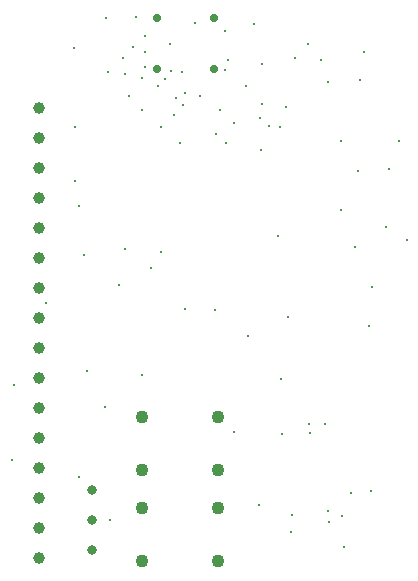
<source format=gbr>
%TF.GenerationSoftware,KiCad,Pcbnew,9.0.2*%
%TF.CreationDate,2025-06-10T14:24:01-07:00*%
%TF.ProjectId,LockerHacks Remake,4c6f636b-6572-4486-9163-6b732052656d,rev?*%
%TF.SameCoordinates,Original*%
%TF.FileFunction,Plated,1,2,PTH,Drill*%
%TF.FilePolarity,Positive*%
%FSLAX46Y46*%
G04 Gerber Fmt 4.6, Leading zero omitted, Abs format (unit mm)*
G04 Created by KiCad (PCBNEW 9.0.2) date 2025-06-10 14:24:01*
%MOMM*%
%LPD*%
G01*
G04 APERTURE LIST*
%TA.AperFunction,ViaDrill*%
%ADD10C,0.300000*%
%TD*%
%TA.AperFunction,ComponentDrill*%
%ADD11C,0.700000*%
%TD*%
%TA.AperFunction,ComponentDrill*%
%ADD12C,0.800000*%
%TD*%
%TA.AperFunction,ComponentDrill*%
%ADD13C,1.000000*%
%TD*%
%TA.AperFunction,ComponentDrill*%
%ADD14C,1.100000*%
%TD*%
G04 APERTURE END LIST*
D10*
X100491800Y-100145300D03*
X100712400Y-93747200D03*
X103404700Y-86781998D03*
X105800000Y-65200000D03*
X105847900Y-71911600D03*
X105849600Y-76500000D03*
X106173200Y-101566900D03*
X106200000Y-78628600D03*
X106602589Y-82771615D03*
X106877400Y-92608200D03*
X108401100Y-95609200D03*
X108500000Y-62700000D03*
X108632700Y-67230400D03*
X108835300Y-105219600D03*
X109585800Y-85257000D03*
X109900000Y-66100000D03*
X110053800Y-67387900D03*
X110100000Y-82200000D03*
X110446006Y-69250814D03*
X110768657Y-65112055D03*
X111000000Y-62600000D03*
X111500000Y-70451814D03*
X111510800Y-92931600D03*
X111511241Y-67730598D03*
X111799998Y-64200000D03*
X111799998Y-65600000D03*
X111800000Y-66801700D03*
X112310000Y-83837000D03*
X112847435Y-68420936D03*
X113099300Y-82492500D03*
X113100000Y-71900000D03*
X113483740Y-67811130D03*
X113886183Y-64850000D03*
X114000000Y-67200000D03*
X114200000Y-70900000D03*
X114420936Y-69420936D03*
X114700000Y-73300000D03*
X114900000Y-67243400D03*
X114962700Y-70009571D03*
X115120657Y-69033128D03*
X115200000Y-87300000D03*
X116046528Y-63090001D03*
X116400000Y-69300000D03*
X117660200Y-87385600D03*
X117800000Y-72500000D03*
X118159653Y-70440347D03*
X118557994Y-67121998D03*
X118581085Y-63771646D03*
X118600000Y-73300000D03*
X118800000Y-66200000D03*
X119293400Y-97756800D03*
X119300000Y-71600000D03*
X120300000Y-68400000D03*
X120460500Y-89572500D03*
X121000000Y-63200000D03*
X121458500Y-103928700D03*
X121523300Y-71187700D03*
X121559653Y-73840347D03*
X121700000Y-66600000D03*
X121700000Y-70000000D03*
X122300000Y-71800000D03*
X123020100Y-81130400D03*
X123200000Y-71900000D03*
X123310600Y-93239600D03*
X123400000Y-97900000D03*
X123700000Y-70200000D03*
X123911200Y-88011000D03*
X124116900Y-106215000D03*
X124246700Y-104764300D03*
X124500000Y-66100000D03*
X125600000Y-64900000D03*
X125652800Y-97058900D03*
X125730000Y-97855167D03*
X126700000Y-66200700D03*
X127007700Y-97058900D03*
X127300000Y-68100000D03*
X127300200Y-104413800D03*
X127360200Y-105381900D03*
X128358183Y-78941817D03*
X128400000Y-73100000D03*
X128412300Y-104825900D03*
X128663000Y-107488500D03*
X129177500Y-102887800D03*
X129559100Y-82100000D03*
X129775735Y-75675735D03*
X130000000Y-67900000D03*
X130300000Y-65600000D03*
X130700000Y-88800000D03*
X130913100Y-102770700D03*
X131000000Y-85455400D03*
X132200000Y-80400000D03*
X132400000Y-75450000D03*
X133313400Y-73073200D03*
X133948600Y-81520100D03*
D11*
%TO.C,J1*%
X112800000Y-62700000D03*
X112800000Y-67000000D03*
X117600000Y-62700000D03*
X117600000Y-67000000D03*
D12*
%TO.C,RV1*%
X107300000Y-102620000D03*
X107300000Y-105160000D03*
X107300000Y-107700000D03*
D13*
%TO.C,J2*%
X102800000Y-70335000D03*
X102800000Y-72875000D03*
X102800000Y-75415000D03*
X102800000Y-77955000D03*
X102800000Y-80495000D03*
X102800000Y-83035000D03*
X102800000Y-85575000D03*
X102800000Y-88115000D03*
X102800000Y-90655000D03*
X102800000Y-93195000D03*
X102800000Y-95735000D03*
X102800000Y-98275000D03*
X102800000Y-100815000D03*
X102800000Y-103355000D03*
X102800000Y-105895000D03*
X102800000Y-108435000D03*
D14*
%TO.C,SW2*%
X111485000Y-96430000D03*
X111485000Y-100930000D03*
%TO.C,SW1*%
X111485000Y-104130000D03*
X111485000Y-108630000D03*
%TO.C,SW2*%
X117985000Y-96430000D03*
X117985000Y-100930000D03*
%TO.C,SW1*%
X117985000Y-104130000D03*
X117985000Y-108630000D03*
M02*

</source>
